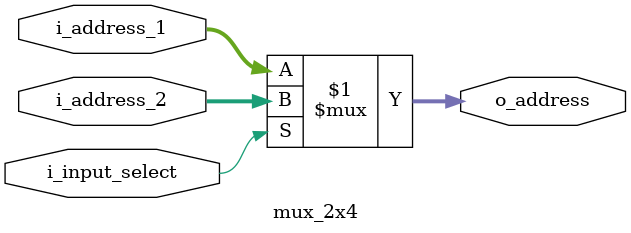
<source format=v>
/**
 * 2-way 4-bit mux for Memory Addresses
 * Used for switching between the PC/MAR and Manual Input
 */
module mux_2x4
  (
   input [3:0]  i_address_1,
   input [3:0]  i_address_2,
   input        i_input_select,
   output [3:0] o_address
   );

   assign o_address = i_input_select ? i_address_2 : i_address_1;
   
   
endmodule // mux_2x4




</source>
